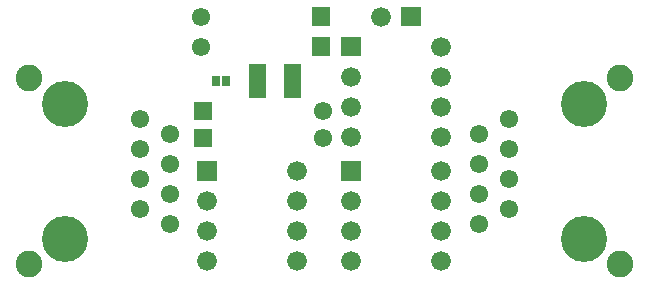
<source format=gbr>
G04 start of page 6 for group -4063 idx -4063 *
G04 Title: (unknown), componentmask *
G04 Creator: pcb 20140316 *
G04 CreationDate: Tue 15 Mar 2016 09:45:11 PM GMT UTC *
G04 For: commonadmin *
G04 Format: Gerber/RS-274X *
G04 PCB-Dimensions (mil): 2380.00 955.00 *
G04 PCB-Coordinate-Origin: lower left *
%MOIN*%
%FSLAX25Y25*%
%LNTOPMASK*%
%ADD53R,0.0257X0.0257*%
%ADD52R,0.0572X0.0572*%
%ADD51C,0.0887*%
%ADD50C,0.1536*%
%ADD49C,0.0611*%
%ADD48C,0.0660*%
%ADD47C,0.0610*%
%ADD46C,0.0001*%
G54D46*G36*
X124192Y83265D02*Y76665D01*
X130792D01*
Y83265D01*
X124192D01*
G37*
G36*
X114442Y83015D02*Y76915D01*
X120542D01*
Y83015D01*
X114442D01*
G37*
G54D47*X117992Y58465D03*
G54D48*X109492Y8465D03*
Y18465D03*
Y28465D03*
Y38465D03*
G54D46*G36*
X124192Y41765D02*Y35165D01*
X130792D01*
Y41765D01*
X124192D01*
G37*
G54D48*X127492Y28465D03*
Y18465D03*
Y8465D03*
X157492D03*
Y18465D03*
Y28465D03*
X127492Y69965D03*
Y59965D03*
Y49965D03*
G54D47*X117992Y49465D03*
G54D46*G36*
X74942Y52515D02*Y46415D01*
X81042D01*
Y52515D01*
X74942D01*
G37*
G36*
X76192Y41765D02*Y35165D01*
X82792D01*
Y41765D01*
X76192D01*
G37*
G54D48*X79492Y28465D03*
G54D49*X66992Y50965D03*
Y40965D03*
Y30965D03*
G54D48*X79492Y18465D03*
Y8465D03*
G54D47*X77492Y79965D03*
Y89965D03*
G54D46*G36*
X74942Y61515D02*Y55415D01*
X81042D01*
Y61515D01*
X74942D01*
G37*
G54D49*X66992Y20965D03*
X56992Y55965D03*
Y45965D03*
Y35965D03*
Y25965D03*
G54D50*X31992Y60965D03*
Y15965D03*
G54D51*X19984Y69508D03*
Y7500D03*
G54D46*G36*
X144192Y93265D02*Y86665D01*
X150792D01*
Y93265D01*
X144192D01*
G37*
G54D48*X137492Y89965D03*
G54D46*G36*
X114442Y93015D02*Y86915D01*
X120542D01*
Y93015D01*
X114442D01*
G37*
G54D48*X157492Y59965D03*
Y69965D03*
Y79965D03*
Y38465D03*
Y49965D03*
G54D49*X169992Y30965D03*
Y20965D03*
G54D50*X204992Y15965D03*
G54D51*X217000Y7500D03*
G54D49*X169992Y50965D03*
Y40965D03*
X179992Y55965D03*
Y45965D03*
Y35965D03*
Y25965D03*
G54D50*X204992Y60965D03*
G54D51*X217000Y69508D03*
G54D52*X96182Y71220D02*Y65710D01*
X107992Y71220D02*Y65710D01*
G54D53*X82500Y68893D02*Y68107D01*
X85648Y68893D02*Y68107D01*
M02*

</source>
